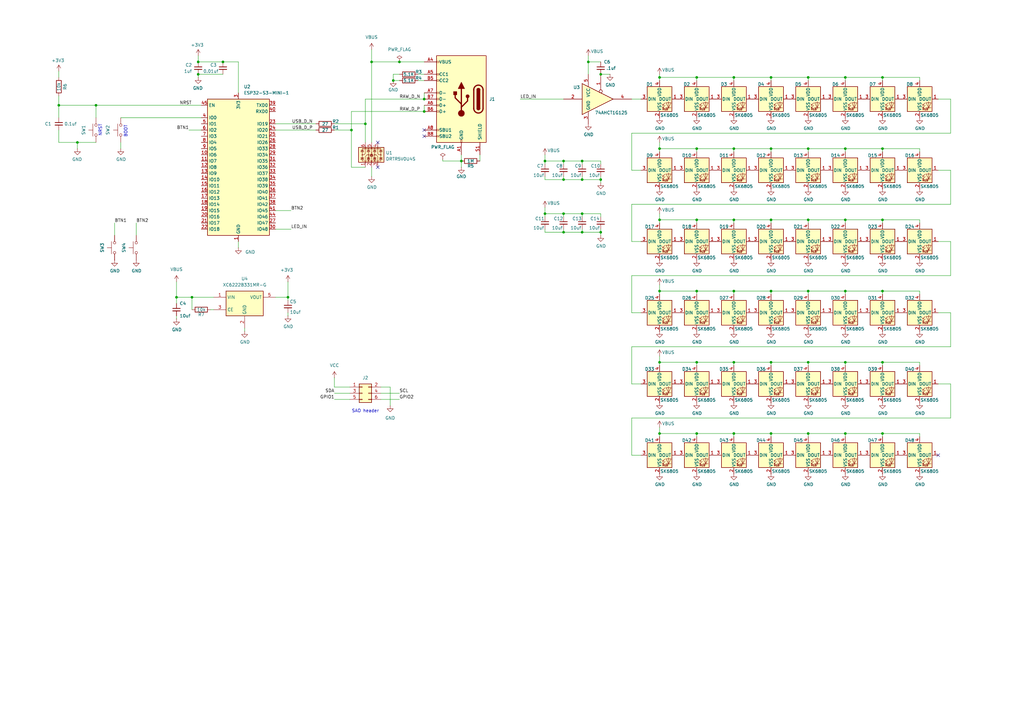
<source format=kicad_sch>
(kicad_sch (version 20250114) (generator "eeschema") (generator_version "9.0")
  (paper "A3")
  (text "NRST" (at 41.91 55.88 90) (effects (font (size 1.27 1.27)) (justify left bottom)))
  (text "BOOT" (at 52.324 56.388 90) (effects (font (size 1.27 1.27)) (justify left bottom)))
  (text "SAO header" (at 149.86 168.656 0) (effects (font (size 1.27 1.27))))
  (junction (at 285.75 148.59))
  (junction (at 72.39 121.92))
  (junction (at 316.23 60.96))
  (junction (at 346.71 31.75))
  (junction (at 300.99 90.17))
  (junction (at 238.76 87.63))
  (junction (at 316.23 31.75))
  (junction (at 31.75 58.42))
  (junction (at 316.23 90.17))
  (junction (at 361.95 119.38))
  (junction (at 246.38 30.48))
  (junction (at 152.4 25.4))
  (junction (at 270.51 177.8))
  (junction (at 346.71 148.59))
  (junction (at 241.3 25.4))
  (junction (at 331.47 60.96))
  (junction (at 81.28 30.48))
  (junction (at 346.71 177.8))
  (junction (at 361.95 177.8))
  (junction (at 361.95 60.96))
  (junction (at 331.47 31.75))
  (junction (at 346.71 90.17))
  (junction (at 285.75 60.96))
  (junction (at 300.99 119.38))
  (junction (at 144.145 53.34))
  (junction (at 24.13 43.18))
  (junction (at 189.23 66.04))
  (junction (at 223.52 66.04))
  (junction (at 231.14 73.66))
  (junction (at 78.74 121.92))
  (junction (at 163.83 25.4))
  (junction (at 331.47 119.38))
  (junction (at 331.47 177.8))
  (junction (at 300.99 31.75))
  (junction (at 331.47 148.59))
  (junction (at 300.99 60.96))
  (junction (at 270.51 148.59))
  (junction (at 300.99 148.59))
  (junction (at 223.52 87.63))
  (junction (at 81.28 25.4))
  (junction (at 173.99 40.64))
  (junction (at 300.99 177.8))
  (junction (at 316.23 119.38))
  (junction (at 361.95 90.17))
  (junction (at 361.95 148.59))
  (junction (at 91.44 25.4))
  (junction (at 346.71 60.96))
  (junction (at 238.76 66.04))
  (junction (at 270.51 119.38))
  (junction (at 270.51 90.17))
  (junction (at 149.86 50.8))
  (junction (at 39.37 43.18))
  (junction (at 173.99 45.72))
  (junction (at 285.75 119.38))
  (junction (at 346.71 119.38))
  (junction (at 285.75 31.75))
  (junction (at 231.14 66.04))
  (junction (at 285.75 90.17))
  (junction (at 238.76 95.25))
  (junction (at 246.38 73.66))
  (junction (at 331.47 90.17))
  (junction (at 238.76 73.66))
  (junction (at 316.23 177.8))
  (junction (at 361.95 31.75))
  (junction (at 231.14 87.63))
  (junction (at 118.11 121.92))
  (junction (at 246.38 95.25))
  (junction (at 270.51 31.75))
  (junction (at 161.29 33.02))
  (junction (at 285.75 177.8))
  (junction (at 316.23 148.59))
  (junction (at 270.51 60.96))
  (junction (at 231.14 95.25))
  (no_connect (at 384.81 186.69))
  (no_connect (at 154.94 58.42))
  (no_connect (at 154.94 68.58))
  (no_connect (at 173.99 53.34))
  (no_connect (at 173.99 55.88))
  (wire (pts (xy 161.29 33.02) (xy 161.29 30.48)))
  (wire (pts (xy 238.76 73.66) (xy 238.76 72.39)))
  (wire (pts (xy 259.08 54.61) (xy 259.08 69.85)))
  (wire (pts (xy 156.21 158.75) (xy 160.02 158.75)))
  (wire (pts (xy 331.47 90.17) (xy 346.71 90.17)))
  (wire (pts (xy 316.23 148.59) (xy 331.47 148.59)))
  (wire (pts (xy 223.52 63.5) (xy 223.52 66.04)))
  (wire (pts (xy 152.4 20.32) (xy 152.4 25.4)))
  (wire (pts (xy 161.29 30.48) (xy 163.83 30.48)))
  (wire (pts (xy 231.14 87.63) (xy 231.14 88.9)))
  (wire (pts (xy 377.19 119.38) (xy 377.19 120.65)))
  (wire (pts (xy 316.23 90.17) (xy 331.47 90.17)))
  (wire (pts (xy 113.03 93.98) (xy 119.38 93.98)))
  (wire (pts (xy 137.16 161.29) (xy 143.51 161.29)))
  (wire (pts (xy 316.23 31.75) (xy 331.47 31.75)))
  (wire (pts (xy 149.86 40.64) (xy 173.99 40.64)))
  (wire (pts (xy 246.38 30.48) (xy 250.19 30.48)))
  (wire (pts (xy 384.81 128.27) (xy 389.89 128.27)))
  (wire (pts (xy 270.51 60.96) (xy 270.51 62.23)))
  (wire (pts (xy 231.14 73.66) (xy 231.14 72.39)))
  (wire (pts (xy 137.16 154.94) (xy 137.16 158.75)))
  (wire (pts (xy 270.51 148.59) (xy 285.75 148.59)))
  (wire (pts (xy 346.71 60.96) (xy 346.71 62.23)))
  (wire (pts (xy 231.14 73.66) (xy 238.76 73.66)))
  (wire (pts (xy 223.52 87.63) (xy 223.52 88.9)))
  (wire (pts (xy 331.47 90.17) (xy 331.47 91.44)))
  (wire (pts (xy 285.75 119.38) (xy 285.75 120.65)))
  (wire (pts (xy 241.3 25.4) (xy 241.3 30.48)))
  (wire (pts (xy 213.36 40.64) (xy 231.14 40.64)))
  (wire (pts (xy 361.95 148.59) (xy 361.95 149.86)))
  (wire (pts (xy 231.14 87.63) (xy 238.76 87.63)))
  (wire (pts (xy 285.75 119.38) (xy 300.99 119.38)))
  (wire (pts (xy 300.99 90.17) (xy 300.99 91.44)))
  (wire (pts (xy 316.23 31.75) (xy 316.23 33.02)))
  (wire (pts (xy 361.95 177.8) (xy 377.19 177.8)))
  (wire (pts (xy 270.51 177.8) (xy 270.51 179.07)))
  (wire (pts (xy 361.95 90.17) (xy 377.19 90.17)))
  (wire (pts (xy 72.39 121.92) (xy 78.74 121.92)))
  (wire (pts (xy 149.86 68.58) (xy 144.145 68.58)))
  (wire (pts (xy 152.4 68.58) (xy 152.4 72.39)))
  (wire (pts (xy 389.89 69.85) (xy 389.89 83.82)))
  (wire (pts (xy 346.71 31.75) (xy 346.71 33.02)))
  (wire (pts (xy 270.51 30.48) (xy 270.51 31.75)))
  (wire (pts (xy 156.21 163.83) (xy 163.83 163.83)))
  (wire (pts (xy 285.75 148.59) (xy 300.99 148.59)))
  (wire (pts (xy 259.08 186.69) (xy 262.89 186.69)))
  (wire (pts (xy 118.11 129.54) (xy 118.11 128.27)))
  (wire (pts (xy 285.75 90.17) (xy 300.99 90.17)))
  (wire (pts (xy 173.99 38.1) (xy 173.99 40.64)))
  (wire (pts (xy 346.71 31.75) (xy 361.95 31.75)))
  (wire (pts (xy 259.08 99.06) (xy 262.89 99.06)))
  (wire (pts (xy 389.89 113.03) (xy 259.08 113.03)))
  (wire (pts (xy 331.47 60.96) (xy 346.71 60.96)))
  (wire (pts (xy 285.75 177.8) (xy 300.99 177.8)))
  (wire (pts (xy 259.08 113.03) (xy 259.08 128.27)))
  (wire (pts (xy 31.75 58.42) (xy 31.75 60.96)))
  (wire (pts (xy 270.51 119.38) (xy 285.75 119.38)))
  (wire (pts (xy 361.95 90.17) (xy 361.95 91.44)))
  (wire (pts (xy 389.89 142.24) (xy 259.08 142.24)))
  (wire (pts (xy 72.39 129.54) (xy 72.39 130.81)))
  (wire (pts (xy 118.11 123.19) (xy 118.11 121.92)))
  (wire (pts (xy 316.23 60.96) (xy 316.23 62.23)))
  (wire (pts (xy 238.76 73.66) (xy 246.38 73.66)))
  (wire (pts (xy 361.95 60.96) (xy 377.19 60.96)))
  (wire (pts (xy 100.33 135.89) (xy 100.33 134.62)))
  (wire (pts (xy 246.38 74.93) (xy 246.38 73.66)))
  (wire (pts (xy 24.13 39.37) (xy 24.13 43.18)))
  (wire (pts (xy 161.29 33.02) (xy 163.83 33.02)))
  (wire (pts (xy 49.53 48.26) (xy 82.55 48.26)))
  (wire (pts (xy 377.19 31.75) (xy 377.19 33.02)))
  (wire (pts (xy 118.11 121.92) (xy 118.11 115.57)))
  (wire (pts (xy 346.71 119.38) (xy 361.95 119.38)))
  (wire (pts (xy 81.28 22.86) (xy 81.28 25.4)))
  (wire (pts (xy 231.14 95.25) (xy 238.76 95.25)))
  (wire (pts (xy 300.99 31.75) (xy 300.99 33.02)))
  (wire (pts (xy 285.75 148.59) (xy 285.75 149.86)))
  (wire (pts (xy 300.99 177.8) (xy 316.23 177.8)))
  (wire (pts (xy 223.52 87.63) (xy 231.14 87.63)))
  (wire (pts (xy 331.47 119.38) (xy 346.71 119.38)))
  (wire (pts (xy 181.61 66.04) (xy 181.61 65.405)))
  (wire (pts (xy 389.89 171.45) (xy 259.08 171.45)))
  (wire (pts (xy 91.44 25.4) (xy 81.28 25.4)))
  (wire (pts (xy 149.86 40.64) (xy 149.86 50.8)))
  (wire (pts (xy 270.51 58.42) (xy 270.51 60.96)))
  (wire (pts (xy 31.75 58.42) (xy 39.37 58.42)))
  (wire (pts (xy 331.47 177.8) (xy 331.47 179.07)))
  (wire (pts (xy 377.19 177.8) (xy 377.19 179.07)))
  (wire (pts (xy 246.38 96.52) (xy 246.38 95.25)))
  (wire (pts (xy 316.23 177.8) (xy 331.47 177.8)))
  (wire (pts (xy 259.08 69.85) (xy 262.89 69.85)))
  (wire (pts (xy 137.16 53.34) (xy 144.145 53.34)))
  (wire (pts (xy 300.99 60.96) (xy 316.23 60.96)))
  (wire (pts (xy 238.76 87.63) (xy 246.38 87.63)))
  (wire (pts (xy 270.51 146.05) (xy 270.51 148.59)))
  (wire (pts (xy 389.89 99.06) (xy 389.89 113.03)))
  (wire (pts (xy 389.89 54.61) (xy 259.08 54.61)))
  (wire (pts (xy 300.99 148.59) (xy 316.23 148.59)))
  (wire (pts (xy 270.51 87.63) (xy 270.51 90.17)))
  (wire (pts (xy 171.45 33.02) (xy 173.99 33.02)))
  (wire (pts (xy 361.95 177.8) (xy 361.95 179.07)))
  (wire (pts (xy 223.52 66.04) (xy 223.52 67.31)))
  (wire (pts (xy 78.74 121.92) (xy 78.74 127)))
  (wire (pts (xy 24.13 58.42) (xy 31.75 58.42)))
  (wire (pts (xy 389.89 83.82) (xy 259.08 83.82)))
  (wire (pts (xy 285.75 60.96) (xy 285.75 62.23)))
  (wire (pts (xy 270.51 177.8) (xy 285.75 177.8)))
  (wire (pts (xy 223.52 73.66) (xy 223.52 72.39)))
  (wire (pts (xy 270.51 60.96) (xy 285.75 60.96)))
  (wire (pts (xy 39.37 43.18) (xy 24.13 43.18)))
  (wire (pts (xy 113.03 53.34) (xy 129.54 53.34)))
  (wire (pts (xy 238.76 95.25) (xy 238.76 93.98)))
  (wire (pts (xy 137.16 50.8) (xy 149.86 50.8)))
  (wire (pts (xy 72.39 115.57) (xy 72.39 121.92)))
  (wire (pts (xy 270.51 90.17) (xy 270.51 91.44)))
  (wire (pts (xy 97.79 25.4) (xy 91.44 25.4)))
  (wire (pts (xy 259.08 83.82) (xy 259.08 99.06)))
  (wire (pts (xy 189.23 66.04) (xy 189.23 68.58)))
  (wire (pts (xy 241.3 25.4) (xy 246.38 25.4)))
  (wire (pts (xy 361.95 31.75) (xy 361.95 33.02)))
  (wire (pts (xy 77.47 53.34) (xy 82.55 53.34)))
  (wire (pts (xy 223.52 95.25) (xy 223.52 93.98)))
  (wire (pts (xy 241.3 22.86) (xy 241.3 25.4)))
  (wire (pts (xy 259.08 128.27) (xy 262.89 128.27)))
  (wire (pts (xy 46.99 91.44) (xy 46.99 96.52)))
  (wire (pts (xy 152.4 25.4) (xy 163.83 25.4)))
  (wire (pts (xy 361.95 119.38) (xy 361.95 120.65)))
  (wire (pts (xy 113.03 121.92) (xy 118.11 121.92)))
  (wire (pts (xy 231.14 66.04) (xy 238.76 66.04)))
  (wire (pts (xy 384.81 99.06) (xy 389.89 99.06)))
  (wire (pts (xy 285.75 177.8) (xy 285.75 179.07)))
  (wire (pts (xy 384.81 40.64) (xy 389.89 40.64)))
  (wire (pts (xy 377.19 60.96) (xy 377.19 62.23)))
  (wire (pts (xy 113.03 50.8) (xy 129.54 50.8)))
  (wire (pts (xy 331.47 148.59) (xy 346.71 148.59)))
  (wire (pts (xy 331.47 148.59) (xy 331.47 149.86)))
  (wire (pts (xy 55.88 91.44) (xy 55.88 96.52)))
  (wire (pts (xy 246.38 73.66) (xy 246.38 72.39)))
  (wire (pts (xy 316.23 148.59) (xy 316.23 149.86)))
  (wire (pts (xy 270.51 31.75) (xy 270.51 33.02)))
  (wire (pts (xy 270.51 148.59) (xy 270.51 149.86)))
  (wire (pts (xy 270.51 119.38) (xy 270.51 120.65)))
  (wire (pts (xy 97.79 101.6) (xy 97.79 99.06)))
  (wire (pts (xy 300.99 119.38) (xy 300.99 120.65)))
  (wire (pts (xy 331.47 177.8) (xy 346.71 177.8)))
  (wire (pts (xy 238.76 66.04) (xy 238.76 67.31)))
  (wire (pts (xy 384.81 69.85) (xy 389.89 69.85)))
  (wire (pts (xy 316.23 90.17) (xy 316.23 91.44)))
  (wire (pts (xy 316.23 60.96) (xy 331.47 60.96)))
  (wire (pts (xy 377.19 90.17) (xy 377.19 91.44)))
  (wire (pts (xy 384.81 157.48) (xy 389.89 157.48)))
  (wire (pts (xy 270.51 175.26) (xy 270.51 177.8)))
  (wire (pts (xy 270.51 31.75) (xy 285.75 31.75)))
  (wire (pts (xy 285.75 31.75) (xy 300.99 31.75)))
  (wire (pts (xy 189.23 63.5) (xy 189.23 66.04)))
  (wire (pts (xy 246.38 66.04) (xy 246.38 67.31)))
  (wire (pts (xy 156.21 161.29) (xy 163.83 161.29)))
  (wire (pts (xy 238.76 95.25) (xy 246.38 95.25)))
  (wire (pts (xy 346.71 119.38) (xy 346.71 120.65)))
  (wire (pts (xy 171.45 30.48) (xy 173.99 30.48)))
  (wire (pts (xy 152.4 25.4) (xy 152.4 58.42)))
  (wire (pts (xy 72.39 121.92) (xy 72.39 124.46)))
  (wire (pts (xy 300.99 177.8) (xy 300.99 179.07)))
  (wire (pts (xy 196.85 66.04) (xy 196.85 63.5)))
  (wire (pts (xy 259.08 142.24) (xy 259.08 157.48)))
  (wire (pts (xy 160.02 158.75) (xy 160.02 166.37)))
  (wire (pts (xy 238.76 87.63) (xy 238.76 88.9)))
  (wire (pts (xy 113.03 86.36) (xy 119.38 86.36)))
  (wire (pts (xy 39.37 48.26) (xy 39.37 43.18)))
  (wire (pts (xy 300.99 31.75) (xy 316.23 31.75)))
  (wire (pts (xy 285.75 90.17) (xy 285.75 91.44)))
  (wire (pts (xy 300.99 148.59) (xy 300.99 149.86)))
  (wire (pts (xy 97.79 25.4) (xy 97.79 38.1)))
  (wire (pts (xy 24.13 53.34) (xy 24.13 58.42)))
  (wire (pts (xy 24.13 48.26) (xy 24.13 43.18)))
  (wire (pts (xy 39.37 43.18) (xy 82.55 43.18)))
  (wire (pts (xy 346.71 90.17) (xy 346.71 91.44)))
  (wire (pts (xy 49.53 58.42) (xy 49.53 60.96)))
  (wire (pts (xy 137.16 163.83) (xy 143.51 163.83)))
  (wire (pts (xy 346.71 60.96) (xy 361.95 60.96)))
  (wire (pts (xy 238.76 66.04) (xy 246.38 66.04)))
  (wire (pts (xy 389.89 157.48) (xy 389.89 171.45)))
  (wire (pts (xy 246.38 87.63) (xy 246.38 88.9)))
  (wire (pts (xy 377.19 148.59) (xy 377.19 149.86)))
  (wire (pts (xy 389.89 128.27) (xy 389.89 142.24)))
  (wire (pts (xy 78.74 121.92) (xy 87.63 121.92)))
  (wire (pts (xy 361.95 31.75) (xy 377.19 31.75)))
  (wire (pts (xy 331.47 31.75) (xy 346.71 31.75)))
  (wire (pts (xy 231.14 66.04) (xy 231.14 67.31)))
  (wire (pts (xy 316.23 119.38) (xy 331.47 119.38)))
  (wire (pts (xy 144.145 53.34) (xy 144.145 45.72)))
  (wire (pts (xy 285.75 60.96) (xy 300.99 60.96)))
  (wire (pts (xy 231.14 95.25) (xy 231.14 93.98)))
  (wire (pts (xy 91.44 30.48) (xy 81.28 30.48)))
  (wire (pts (xy 81.28 31.75) (xy 81.28 30.48)))
  (wire (pts (xy 346.71 177.8) (xy 346.71 179.07)))
  (wire (pts (xy 346.71 90.17) (xy 361.95 90.17)))
  (wire (pts (xy 144.145 45.72) (xy 173.99 45.72)))
  (wire (pts (xy 331.47 119.38) (xy 331.47 120.65)))
  (wire (pts (xy 259.08 157.48) (xy 262.89 157.48)))
  (wire (pts (xy 361.95 148.59) (xy 377.19 148.59)))
  (wire (pts (xy 270.51 116.84) (xy 270.51 119.38)))
  (wire (pts (xy 346.71 148.59) (xy 346.71 149.86)))
  (wire (pts (xy 361.95 119.38) (xy 377.19 119.38)))
  (wire (pts (xy 285.75 31.75) (xy 285.75 33.02)))
  (wire (pts (xy 331.47 31.75) (xy 331.47 33.02)))
  (wire (pts (xy 189.23 66.04) (xy 181.61 66.04)))
  (wire (pts (xy 300.99 119.38) (xy 316.23 119.38)))
  (wire (pts (xy 346.71 177.8) (xy 361.95 177.8)))
  (wire (pts (xy 86.36 127) (xy 87.63 127)))
  (wire (pts (xy 137.16 158.75) (xy 143.51 158.75)))
  (wire (pts (xy 270.51 90.17) (xy 285.75 90.17)))
  (wire (pts (xy 149.86 50.8) (xy 149.86 58.42)))
  (wire (pts (xy 246.38 95.25) (xy 246.38 93.98)))
  (wire (pts (xy 316.23 119.38) (xy 316.23 120.65)))
  (wire (pts (xy 223.52 85.09) (xy 223.52 87.63)))
  (wire (pts (xy 173.99 43.18) (xy 173.99 45.72)))
  (wire (pts (xy 24.13 29.21) (xy 24.13 31.75)))
  (wire (pts (xy 316.23 177.8) (xy 316.23 179.07)))
  (wire (pts (xy 223.52 73.66) (xy 231.14 73.66)))
  (wire (pts (xy 389.89 40.64) (xy 389.89 54.61)))
  (wire (pts (xy 223.52 66.04) (xy 231.14 66.04)))
  (wire (pts (xy 259.08 171.45) (xy 259.08 186.69)))
  (wire (pts (xy 300.99 60.96) (xy 300.99 62.23)))
  (wire (pts (xy 144.145 53.34) (xy 144.145 68.58)))
  (wire (pts (xy 361.95 60.96) (xy 361.95 62.23)))
  (wire (pts (xy 300.99 90.17) (xy 316.23 90.17)))
  (wire (pts (xy 163.83 25.4) (xy 173.99 25.4)))
  (wire (pts (xy 259.08 40.64) (xy 262.89 40.64)))
  (wire (pts (xy 331.47 60.96) (xy 331.47 62.23)))
  (wire (pts (xy 346.71 148.59) (xy 361.95 148.59)))
  (wire (pts (xy 223.52 95.25) (xy 231.14 95.25)))
  (label "BTN2" (at 119.38 86.36 0))
  (label "LED_IN" (at 213.36 40.64 0))
  (label "LED_IN" (at 119.38 93.98 0))
  (label "RAW_D_N" (at 163.83 40.64 0))
  (label "SCL" (at 163.83 161.29 0))
  (label "BTN1" (at 77.47 53.34 180))
  (label "BTN2" (at 55.88 91.44 0))
  (label "USB_D_P" (at 128.27 53.34 180))
  (label "SDA" (at 137.16 161.29 180))
  (label "GPIO2" (at 163.83 163.83 0))
  (label "USB_D_N" (at 128.27 50.8 180))
  (label "NRST" (at 73.66 43.18 0))
  (label "BTN1" (at 46.99 91.44 0))
  (label "GPIO1" (at 137.16 163.83 180))
  (label "RAW_D_P" (at 163.83 45.72 0))
  (symbol (lib_id "LED:SK6805") (at 331.47 186.69 0) (unit 1)
    (property "Reference" "D45" (at 327.406 180.594 0))
    (property "Value" "SK6805" (at 335.534 193.294 0))
    (property "Footprint" "LED_SMD:LED_SK6805_PLCC4_2.4x2.7mm_P1.3mm" (effects (hide yes)))
    (property "Datasheet" "https://cdn-shop.adafruit.com/product-files/3484/3484_Datasheet.pdf" (effects (hide yes)))
    (property "Description" "RGB LED with integrated controller" (effects (hide yes)))
  )
  (symbol (lib_id "power:+3.3V") (at 81.28 22.86 0) (mirror y) (unit 1)
    (property "Reference" "#PWR077" (effects (hide yes)))
    (property "Value" "+3V3" (at 80.899 18.4658 0))
  )
  (symbol (lib_id "Switch:SW_Push") (at 55.88 101.6 90) (unit 1)
    (property "Reference" "SW4" (at 50.8 101.6 0))
    (property "Value" "SW_Push" (effects (hide yes)))
    (property "Footprint" "Button_Switch_SMD:SW_SPST_PTS810" (effects (hide yes)))
  )
  (symbol (lib_id "power:+3.3V") (at 118.11 115.57 0) (unit 1)
    (property "Reference" "#PWR014" (effects (hide yes)))
    (property "Value" "+3V3" (at 117.602 110.744 0))
  )
  (symbol (lib_id "power:GND") (at 346.71 194.31 0) (unit 1)
    (property "Reference" "#PWR068" (effects (hide yes)))
    (property "Value" "GND" (at 346.837 198.7042 0))
  )
  (symbol (lib_id "LED:SK6805") (at 316.23 128.27 0) (unit 1)
    (property "Reference" "D28" (at 312.166 122.174 0))
    (property "Value" "SK6805" (at 320.294 134.874 0))
    (property "Footprint" "LED_SMD:LED_SK6805_PLCC4_2.4x2.7mm_P1.3mm" (effects (hide yes)))
    (property "Datasheet" "https://cdn-shop.adafruit.com/product-files/3484/3484_Datasheet.pdf" (effects (hide yes)))
    (property "Description" "RGB LED with integrated controller" (effects (hide yes)))
  )
  (symbol (lib_id "power:GND") (at 246.38 96.52 0) (unit 1)
    (property "Reference" "#PWR076" (effects (hide yes)))
    (property "Value" "GND" (at 246.507 100.9142 0))
  )
  (symbol (lib_id "power:GND") (at 118.11 129.54 0) (unit 1)
    (property "Reference" "#PWR015" (effects (hide yes)))
    (property "Value" "GND" (at 118.237 133.9342 0))
  )
  (symbol (lib_id "Device:R") (at 133.35 50.8 90) (unit 1)
    (property "Reference" "R2" (at 137.668 49.784 90))
    (property "Value" "27" (at 133.35 50.8 90))
    (property "Footprint" "Resistor_SMD:R_0402_1005Metric" (effects (hide yes)))
  )
  (symbol (lib_id "power:GND") (at 316.23 106.68 0) (unit 1)
    (property "Reference" "#PWR035" (effects (hide yes)))
    (property "Value" "GND" (at 316.357 111.0742 0))
  )
  (symbol (lib_id "LED:SK6805") (at 361.95 69.85 0) (unit 1)
    (property "Reference" "D15" (at 357.886 63.754 0))
    (property "Value" "SK6805" (at 366.014 76.454 0))
    (property "Footprint" "LED_SMD:LED_SK6805_PLCC4_2.4x2.7mm_P1.3mm" (effects (hide yes)))
    (property "Datasheet" "https://cdn-shop.adafruit.com/product-files/3484/3484_Datasheet.pdf" (effects (hide yes)))
    (property "Description" "RGB LED with integrated controller" (effects (hide yes)))
  )
  (symbol (lib_id "Device:R") (at 167.64 33.02 270) (unit 1)
    (property "Reference" "R4" (at 171.704 32.004 90))
    (property "Value" "5.1K" (at 167.64 33.02 90))
    (property "Footprint" "Resistor_SMD:R_0603_1608Metric" (effects (hide yes)))
  )
  (symbol (lib_id "power:GND") (at 246.38 74.93 0) (unit 1)
    (property "Reference" "#PWR061" (effects (hide yes)))
    (property "Value" "GND" (at 246.507 79.3242 0))
  )
  (symbol (lib_id "power:GND") (at 331.47 194.31 0) (unit 1)
    (property "Reference" "#PWR067" (effects (hide yes)))
    (property "Value" "GND" (at 331.597 198.7042 0))
  )
  (symbol (lib_id "LED:SK6805") (at 316.23 40.64 0) (unit 1)
    (property "Reference" "D4" (at 312.166 34.544 0))
    (property "Value" "SK6805" (at 320.294 47.244 0))
    (property "Footprint" "LED_SMD:LED_SK6805_PLCC4_2.4x2.7mm_P1.3mm" (effects (hide yes)))
    (property "Datasheet" "https://cdn-shop.adafruit.com/product-files/3484/3484_Datasheet.pdf" (effects (hide yes)))
    (property "Description" "RGB LED with integrated controller" (effects (hide yes)))
  )
  (symbol (lib_id "LED:SK6805") (at 270.51 69.85 0) (unit 1)
    (property "Reference" "D9" (at 266.446 63.754 0))
    (property "Value" "SK6805" (at 274.574 76.454 0))
    (property "Footprint" "LED_SMD:LED_SK6805_PLCC4_2.4x2.7mm_P1.3mm" (effects (hide yes)))
    (property "Datasheet" "https://cdn-shop.adafruit.com/product-files/3484/3484_Datasheet.pdf" (effects (hide yes)))
    (property "Description" "RGB LED with integrated controller" (effects (hide yes)))
  )
  (symbol (lib_id "power:GND") (at 152.4 72.39 0) (unit 1)
    (property "Reference" "#PWR04" (effects (hide yes)))
    (property "Value" "GND" (at 152.527 76.7842 0))
  )
  (symbol (lib_id "LED:SK6805") (at 285.75 128.27 0) (unit 1)
    (property "Reference" "D26" (at 281.686 122.174 0))
    (property "Value" "SK6805" (at 289.814 134.874 0))
    (property "Footprint" "LED_SMD:LED_SK6805_PLCC4_2.4x2.7mm_P1.3mm" (effects (hide yes)))
    (property "Datasheet" "https://cdn-shop.adafruit.com/product-files/3484/3484_Datasheet.pdf" (effects (hide yes)))
    (property "Description" "RGB LED with integrated controller" (effects (hide yes)))
  )
  (symbol (lib_id "power:GND") (at 189.23 68.58 0) (unit 1)
    (property "Reference" "#PWR06" (effects (hide yes)))
    (property "Value" "GND" (at 189.23 72.39 0))
  )
  (symbol (lib_id "LED:SK6805") (at 285.75 69.85 0) (unit 1)
    (property "Reference" "D10" (at 281.686 63.754 0))
    (property "Value" "SK6805" (at 289.814 76.454 0))
    (property "Footprint" "LED_SMD:LED_SK6805_PLCC4_2.4x2.7mm_P1.3mm" (effects (hide yes)))
    (property "Datasheet" "https://cdn-shop.adafruit.com/product-files/3484/3484_Datasheet.pdf" (effects (hide yes)))
    (property "Description" "RGB LED with integrated controller" (effects (hide yes)))
  )
  (symbol (lib_id "Device:C_Small") (at 118.11 125.73 0) (unit 1)
    (property "Reference" "C5" (at 118.872 123.698 0) (effects (justify left)))
    (property "Value" "10uf" (at 118.872 128.016 0) (effects (justify left)))
    (property "Footprint" "Capacitor_SMD:C_0805_2012Metric" (effects (hide yes)))
  )
  (symbol (lib_id "power:GND") (at 346.71 106.68 0) (unit 1)
    (property "Reference" "#PWR037" (effects (hide yes)))
    (property "Value" "GND" (at 346.837 111.0742 0))
  )
  (symbol (lib_id "LED:SK6805") (at 300.99 99.06 0) (unit 1)
    (property "Reference" "D19" (at 296.926 92.964 0))
    (property "Value" "SK6805" (at 305.054 105.664 0))
    (property "Footprint" "LED_SMD:LED_SK6805_PLCC4_2.4x2.7mm_P1.3mm" (effects (hide yes)))
    (property "Datasheet" "https://cdn-shop.adafruit.com/product-files/3484/3484_Datasheet.pdf" (effects (hide yes)))
    (property "Description" "RGB LED with integrated controller" (effects (hide yes)))
  )
  (symbol (lib_id "power:GND") (at 377.19 48.26 0) (unit 1)
    (property "Reference" "#PWR023" (effects (hide yes)))
    (property "Value" "GND" (at 377.317 52.6542 0))
  )
  (symbol (lib_id "power:GND") (at 300.99 194.31 0) (unit 1)
    (property "Reference" "#PWR065" (effects (hide yes)))
    (property "Value" "GND" (at 301.117 198.7042 0))
  )
  (symbol (lib_id "LED:SK6805") (at 377.19 128.27 0) (unit 1)
    (property "Reference" "D32" (at 373.126 122.174 0))
    (property "Value" "SK6805" (at 381.254 134.874 0))
    (property "Footprint" "LED_SMD:LED_SK6805_PLCC4_2.4x2.7mm_P1.3mm" (effects (hide yes)))
    (property "Datasheet" "https://cdn-shop.adafruit.com/product-files/3484/3484_Datasheet.pdf" (effects (hide yes)))
    (property "Description" "RGB LED with integrated controller" (effects (hide yes)))
  )
  (symbol (lib_id "LED:SK6805") (at 331.47 99.06 0) (unit 1)
    (property "Reference" "D21" (at 327.406 92.964 0))
    (property "Value" "SK6805" (at 335.534 105.664 0))
    (property "Footprint" "LED_SMD:LED_SK6805_PLCC4_2.4x2.7mm_P1.3mm" (effects (hide yes)))
    (property "Datasheet" "https://cdn-shop.adafruit.com/product-files/3484/3484_Datasheet.pdf" (effects (hide yes)))
    (property "Description" "RGB LED with integrated controller" (effects (hide yes)))
  )
  (symbol (lib_id "power:GND") (at 270.51 135.89 0) (unit 1)
    (property "Reference" "#PWR040" (effects (hide yes)))
    (property "Value" "GND" (at 270.637 140.2842 0))
  )
  (symbol (lib_id "LED:SK6805") (at 331.47 157.48 0) (unit 1)
    (property "Reference" "D37" (at 327.406 151.384 0))
    (property "Value" "SK6805" (at 335.534 164.084 0))
    (property "Footprint" "LED_SMD:LED_SK6805_PLCC4_2.4x2.7mm_P1.3mm" (effects (hide yes)))
    (property "Datasheet" "https://cdn-shop.adafruit.com/product-files/3484/3484_Datasheet.pdf" (effects (hide yes)))
    (property "Description" "RGB LED with integrated controller" (effects (hide yes)))
  )
  (symbol (lib_id "power:GND") (at 241.3 50.8 0) (unit 1)
    (property "Reference" "#PWR055" (effects (hide yes)))
    (property "Value" "GND" (at 241.427 55.1942 0))
  )
  (symbol (lib_id "power:GND") (at 270.51 106.68 0) (unit 1)
    (property "Reference" "#PWR032" (effects (hide yes)))
    (property "Value" "GND" (at 270.637 111.0742 0))
  )
  (symbol (lib_id "RF_Module:ESP32-S3-MINI-1") (at 97.79 68.58 0) (unit 1)
    (property "Reference" "U2" (at 99.9841 35.56 0) (effects (justify left)))
    (property "Value" "ESP32-S3-MINI-1" (at 99.9841 38.1 0) (effects (justify left)))
    (property "Footprint" "RF_Module:ESP32-S2-MINI-1" (effects (hide yes)))
    (property "Datasheet" "https://www.espressif.com/sites/default/files/documentation/esp32-s3-mini-1_mini-1u_datasheet_en.pdf" (effects (hide yes)))
    (property "Description" "RF Module, ESP32-S3 SoC, Wi-Fi 802.11b/g/n, Bluetooth, BLE, 32-bit, 3.3V, SMD, onboard antenna" (effects (hide yes)))
  )
  (symbol (lib_id "Device:C_Small") (at 81.28 27.94 0) (mirror y) (unit 1)
    (property "Reference" "C2" (at 78.74 26.67 0) (effects (justify left)))
    (property "Value" "1uf" (at 78.74 29.21 0) (effects (justify left)))
    (property "Footprint" "Capacitor_SMD:C_0603_1608Metric" (effects (hide yes)))
  )
  (symbol (lib_id "LED:SK6805") (at 316.23 69.85 0) (unit 1)
    (property "Reference" "D12" (at 312.166 63.754 0))
    (property "Value" "SK6805" (at 320.294 76.454 0))
    (property "Footprint" "LED_SMD:LED_SK6805_PLCC4_2.4x2.7mm_P1.3mm" (effects (hide yes)))
    (property "Datasheet" "https://cdn-shop.adafruit.com/product-files/3484/3484_Datasheet.pdf" (effects (hide yes)))
    (property "Description" "RGB LED with integrated controller" (effects (hide yes)))
  )
  (symbol (lib_id "LED:SK6805") (at 361.95 99.06 0) (unit 1)
    (property "Reference" "D23" (at 357.886 92.964 0))
    (property "Value" "SK6805" (at 366.014 105.664 0))
    (property "Footprint" "LED_SMD:LED_SK6805_PLCC4_2.4x2.7mm_P1.3mm" (effects (hide yes)))
    (property "Datasheet" "https://cdn-shop.adafruit.com/product-files/3484/3484_Datasheet.pdf" (effects (hide yes)))
    (property "Description" "RGB LED with integrated controller" (effects (hide yes)))
  )
  (symbol (lib_id "power:GND") (at 346.71 48.26 0) (unit 1)
    (property "Reference" "#PWR021" (effects (hide yes)))
    (property "Value" "GND" (at 346.837 52.6542 0))
  )
  (symbol (lib_id "power:GND") (at 285.75 135.89 0) (unit 1)
    (property "Reference" "#PWR041" (effects (hide yes)))
    (property "Value" "GND" (at 285.877 140.2842 0))
  )
  (symbol (lib_id "power:GND") (at 285.75 77.47 0) (unit 1)
    (property "Reference" "#PWR025" (effects (hide yes)))
    (property "Value" "GND" (at 285.877 81.8642 0))
  )
  (symbol (lib_id "power:GND") (at 285.75 194.31 0) (unit 1)
    (property "Reference" "#PWR064" (effects (hide yes)))
    (property "Value" "GND" (at 285.877 198.7042 0))
  )
  (symbol (lib_id "power:GND") (at 97.79 101.6 0) (unit 1)
    (property "Reference" "#PWR01" (effects (hide yes)))
    (property "Value" "GND" (at 102.616 103.378 0))
    (property "Description" "Power symbol creates a global label with name \"GND\" , ground" (effects (hide yes)))
  )
  (symbol (lib_id "power:+3.3V") (at 24.13 29.21 0) (mirror y) (unit 1)
    (property "Reference" "#PWR07" (effects (hide yes)))
    (property "Value" "+3V3" (at 23.749 24.8158 0))
  )
  (symbol (lib_id "power:PWR_FLAG") (at 163.83 25.4 0) (unit 1)
    (property "Reference" "#FLG01" (effects (hide yes)))
    (property "Value" "PWR_FLAG" (at 163.83 20.32 0))
  )
  (symbol (lib_id "power:VBUS") (at 241.3 22.86 0) (unit 1)
    (property "Reference" "#PWR056" (effects (hide yes)))
    (property "Value" "VBUS" (at 244.856 21.082 0))
  )
  (symbol (lib_id "power:GND") (at 316.23 77.47 0) (unit 1)
    (property "Reference" "#PWR027" (effects (hide yes)))
    (property "Value" "GND" (at 316.357 81.8642 0))
  )
  (symbol (lib_id "power:GND") (at 250.19 30.48 0) (unit 1)
    (property "Reference" "#PWR057" (effects (hide yes)))
    (property "Value" "GND" (at 250.317 34.8742 0))
  )
  (symbol (lib_id "power:GND") (at 285.75 165.1 0) (unit 1)
    (property "Reference" "#PWR049" (effects (hide yes)))
    (property "Value" "GND" (at 285.877 169.4942 0))
  )
  (symbol (lib_id "power:GND") (at 346.71 135.89 0) (unit 1)
    (property "Reference" "#PWR045" (effects (hide yes)))
    (property "Value" "GND" (at 346.837 140.2842 0))
  )
  (symbol (lib_id "LED:SK6805") (at 285.75 157.48 0) (unit 1)
    (property "Reference" "D34" (at 281.686 151.384 0))
    (property "Value" "SK6805" (at 289.814 164.084 0))
    (property "Footprint" "LED_SMD:LED_SK6805_PLCC4_2.4x2.7mm_P1.3mm" (effects (hide yes)))
    (property "Datasheet" "https://cdn-shop.adafruit.com/product-files/3484/3484_Datasheet.pdf" (effects (hide yes)))
    (property "Description" "RGB LED with integrated controller" (effects (hide yes)))
  )
  (symbol (lib_id "power:PWR_FLAG") (at 181.61 65.405 0) (unit 1)
    (property "Reference" "#FLG02" (effects (hide yes)))
    (property "Value" "PWR_FLAG" (at 181.61 60.325 0))
  )
  (symbol (lib_id "Device:C_Small") (at 246.38 69.85 0) (unit 1)
    (property "Reference" "C10" (at 242.316 68.072 0) (effects (justify left)))
    (property "Value" "10uf" (at 241.554 71.882 0) (effects (justify left)))
    (property "Footprint" "Capacitor_SMD:C_0805_2012Metric" (effects (hide yes)))
  )
  (symbol (lib_id "LED:SK6805") (at 300.99 40.64 0) (unit 1)
    (property "Reference" "D3" (at 296.926 34.544 0))
    (property "Value" "SK6805" (at 305.054 47.244 0))
    (property "Footprint" "LED_SMD:LED_SK6805_PLCC4_2.4x2.7mm_P1.3mm" (effects (hide yes)))
    (property "Datasheet" "https://cdn-shop.adafruit.com/product-files/3484/3484_Datasheet.pdf" (effects (hide yes)))
    (property "Description" "RGB LED with integrated controller" (effects (hide yes)))
  )
  (symbol (lib_id "Power_Protection:NUP4202") (at 152.4 63.5 0) (unit 1)
    (property "Reference" "U1" (at 158.242 62.6653 0) (effects (justify left)))
    (property "Value" "DRTR5V0U4S" (at 158.242 65.2022 0) (effects (justify left)))
    (property "Footprint" "Package_TO_SOT_SMD:SOT-363_SC-70-6" (effects (hide yes)))
    (property "Datasheet" "http://www.onsemi.com/pub_link/Collateral/NUP4202W1-D.PDF" (effects (hide yes)))
  )
  (symbol (lib_id "LED:SK6805") (at 346.71 69.85 0) (unit 1)
    (property "Reference" "D14" (at 342.646 63.754 0))
    (property "Value" "SK6805" (at 350.774 76.454 0))
    (property "Footprint" "LED_SMD:LED_SK6805_PLCC4_2.4x2.7mm_P1.3mm" (effects (hide yes)))
    (property "Datasheet" "https://cdn-shop.adafruit.com/product-files/3484/3484_Datasheet.pdf" (effects (hide yes)))
    (property "Description" "RGB LED with integrated controller" (effects (hide yes)))
  )
  (symbol (lib_id "power:GND") (at 377.19 194.31 0) (unit 1)
    (property "Reference" "#PWR070" (effects (hide yes)))
    (property "Value" "GND" (at 377.317 198.7042 0))
  )
  (symbol (lib_id "power:GND") (at 300.99 135.89 0) (unit 1)
    (property "Reference" "#PWR042" (effects (hide yes)))
    (property "Value" "GND" (at 301.117 140.2842 0))
  )
  (symbol (lib_id "power:GND") (at 270.51 194.31 0) (unit 1)
    (property "Reference" "#PWR063" (effects (hide yes)))
    (property "Value" "GND" (at 270.637 198.7042 0))
  )
  (symbol (lib_id "power:GND") (at 285.75 106.68 0) (unit 1)
    (property "Reference" "#PWR033" (effects (hide yes)))
    (property "Value" "GND" (at 285.877 111.0742 0))
  )
  (symbol (lib_id "Connector:USB_C_Receptacle_USB2.0") (at 189.23 40.64 0) (mirror y) (unit 1)
    (property "Reference" "J1" (at 200.66 40.6399 0) (effects (justify right)))
    (property "Value" "USB_C_Receptacle_USB2.0" (effects (hide yes)))
    (property "Footprint" "Connector_USB:USB_C_Receptacle_HRO_TYPE-C-31-M-12" (effects (hide yes)))
    (property "Datasheet" "https://www.usb.org/sites/default/files/documents/usb_type-c.zip" (effects (hide yes)))
  )
  (symbol (lib_id "power:GND") (at 331.47 165.1 0) (unit 1)
    (property "Reference" "#PWR054" (effects (hide yes)))
    (property "Value" "GND" (at 331.597 169.4942 0))
  )
  (symbol (lib_id "power:GND") (at 160.02 166.37 0) (unit 1)
    (property "Reference" "#PWR079" (effects (hide yes)))
    (property "Value" "GND" (at 160.02 171.45 0))
    (property "Description" "Power symbol creates a global label with name \"GND\" , ground" (effects (hide yes)))
  )
  (symbol (lib_id "power:GND") (at 49.53 60.96 0) (unit 1)
    (property "Reference" "#PWR09" (effects (hide yes)))
    (property "Value" "GND" (at 49.657 65.3542 0))
  )
  (symbol (lib_id "power:GND") (at 346.71 165.1 0) (unit 1)
    (property "Reference" "#PWR058" (effects (hide yes)))
    (property "Value" "GND" (at 346.837 169.4942 0))
  )
  (symbol (lib_id "power:GND") (at 300.99 77.47 0) (unit 1)
    (property "Reference" "#PWR026" (effects (hide yes)))
    (property "Value" "GND" (at 301.117 81.8642 0))
  )
  (symbol (lib_id "power:GND") (at 331.47 106.68 0) (unit 1)
    (property "Reference" "#PWR036" (effects (hide yes)))
    (property "Value" "GND" (at 331.597 111.0742 0))
  )
  (symbol (lib_id "LED:SK6805") (at 361.95 186.69 0) (unit 1)
    (property "Reference" "D47" (at 357.886 180.594 0))
    (property "Value" "SK6805" (at 366.014 193.294 0))
    (property "Footprint" "LED_SMD:LED_SK6805_PLCC4_2.4x2.7mm_P1.3mm" (effects (hide yes)))
    (property "Datasheet" "https://cdn-shop.adafruit.com/product-files/3484/3484_Datasheet.pdf" (effects (hide yes)))
    (property "Description" "RGB LED with integrated controller" (effects (hide yes)))
  )
  (symbol (lib_id "Device:R") (at 133.35 53.34 90) (unit 1)
    (property "Reference" "R1" (at 137.668 52.324 90))
    (property "Value" "27" (at 133.35 53.34 90))
    (property "Footprint" "Resistor_SMD:R_0402_1005Metric" (effects (hide yes)))
  )
  (symbol (lib_id "Device:R") (at 24.13 35.56 0) (mirror x) (unit 1)
    (property "Reference" "R6" (at 26.67 35.56 90))
    (property "Value" "10k" (at 24.13 35.56 90))
    (property "Footprint" "Resistor_SMD:R_0603_1608Metric" (effects (hide yes)))
  )
  (symbol (lib_id "LED:SK6805") (at 346.71 157.48 0) (unit 1)
    (property "Reference" "D38" (at 342.646 151.384 0))
    (property "Value" "SK6805" (at 350.774 164.084 0))
    (property "Footprint" "LED_SMD:LED_SK6805_PLCC4_2.4x2.7mm_P1.3mm" (effects (hide yes)))
    (property "Datasheet" "https://cdn-shop.adafruit.com/product-files/3484/3484_Datasheet.pdf" (effects (hide yes)))
    (property "Description" "RGB LED with integrated controller" (effects (hide yes)))
  )
  (symbol (lib_id "LED:SK6805") (at 331.47 128.27 0) (unit 1)
    (property "Reference" "D29" (at 327.406 122.174 0))
    (property "Value" "SK6805" (at 335.534 134.874 0))
    (property "Footprint" "LED_SMD:LED_SK6805_PLCC4_2.4x2.7mm_P1.3mm" (effects (hide yes)))
    (property "Datasheet" "https://cdn-shop.adafruit.com/product-files/3484/3484_Datasheet.pdf" (effects (hide yes)))
    (property "Description" "RGB LED with integrated controller" (effects (hide yes)))
  )
  (symbol (lib_id "power:GND") (at 361.95 77.47 0) (unit 1)
    (property "Reference" "#PWR030" (effects (hide yes)))
    (property "Value" "GND" (at 362.077 81.8642 0))
  )
  (symbol (lib_id "LED:SK6805") (at 346.71 40.64 0) (unit 1)
    (property "Reference" "D6" (at 342.646 34.544 0))
    (property "Value" "SK6805" (at 350.774 47.244 0))
    (property "Footprint" "LED_SMD:LED_SK6805_PLCC4_2.4x2.7mm_P1.3mm" (effects (hide yes)))
    (property "Datasheet" "https://cdn-shop.adafruit.com/product-files/3484/3484_Datasheet.pdf" (effects (hide yes)))
    (property "Description" "RGB LED with integrated controller" (effects (hide yes)))
  )
  (symbol (lib_id "Device:C_Small") (at 223.52 69.85 0) (unit 1)
    (property "Reference" "C7" (at 220.218 68.072 0) (effects (justify left)))
    (property "Value" "10uf" (at 218.694 71.882 0) (effects (justify left)))
    (property "Footprint" "Capacitor_SMD:C_0805_2012Metric" (effects (hide yes)))
  )
  (symbol (lib_id "LED:SK6805") (at 285.75 186.69 0) (unit 1)
    (property "Reference" "D42" (at 281.686 180.594 0))
    (property "Value" "SK6805" (at 289.814 193.294 0))
    (property "Footprint" "LED_SMD:LED_SK6805_PLCC4_2.4x2.7mm_P1.3mm" (effects (hide yes)))
    (property "Datasheet" "https://cdn-shop.adafruit.com/product-files/3484/3484_Datasheet.pdf" (effects (hide yes)))
    (property "Description" "RGB LED with integrated controller" (effects (hide yes)))
  )
  (symbol (lib_id "LED:SK6805") (at 316.23 157.48 0) (unit 1)
    (property "Reference" "D36" (at 312.166 151.384 0))
    (property "Value" "SK6805" (at 320.294 164.084 0))
    (property "Footprint" "LED_SMD:LED_SK6805_PLCC4_2.4x2.7mm_P1.3mm" (effects (hide yes)))
    (property "Datasheet" "https://cdn-shop.adafruit.com/product-files/3484/3484_Datasheet.pdf" (effects (hide yes)))
    (property "Description" "RGB LED with integrated controller" (effects (hide yes)))
  )
  (symbol (lib_id "Switch:SW_Push") (at 39.37 53.34 90) (unit 1)
    (property "Reference" "SW1" (at 34.29 53.34 0))
    (property "Value" "SW_Push" (effects (hide yes)))
    (property "Footprint" "Button_Switch_SMD:SW_SPST_PTS810" (effects (hide yes)))
  )
  (symbol (lib_id "power:GND") (at 361.95 48.26 0) (unit 1)
    (property "Reference" "#PWR022" (effects (hide yes)))
    (property "Value" "GND" (at 362.077 52.6542 0))
  )
  (symbol (lib_id "LED:SK6805") (at 270.51 157.48 0) (unit 1)
    (property "Reference" "D33" (at 266.446 151.384 0))
    (property "Value" "SK6805" (at 274.574 164.084 0))
    (property "Footprint" "LED_SMD:LED_SK6805_PLCC4_2.4x2.7mm_P1.3mm" (effects (hide yes)))
    (property "Datasheet" "https://cdn-shop.adafruit.com/product-files/3484/3484_Datasheet.pdf" (effects (hide yes)))
    (property "Description" "RGB LED with integrated controller" (effects (hide yes)))
  )
  (symbol (lib_id "LED:SK6805") (at 285.75 40.64 0) (unit 1)
    (property "Reference" "D2" (at 281.686 34.544 0))
    (property "Value" "SK6805" (at 289.814 47.244 0))
    (property "Footprint" "LED_SMD:LED_SK6805_PLCC4_2.4x2.7mm_P1.3mm" (effects (hide yes)))
    (property "Datasheet" "https://cdn-shop.adafruit.com/product-files/3484/3484_Datasheet.pdf" (effects (hide yes)))
    (property "Description" "RGB LED with integrated controller" (effects (hide yes)))
  )
  (symbol (lib_id "Device:C_Small") (at 24.13 50.8 0) (mirror y) (unit 1)
    (property "Reference" "C1" (at 21.082 50.8 0) (effects (justify left)))
    (property "Value" "0.1uf" (at 31.496 50.8 0) (effects (justify left)))
    (property "Footprint" "Capacitor_SMD:C_0402_1005Metric" (effects (hide yes)))
  )
  (symbol (lib_id "power:GND") (at 270.51 48.26 0) (unit 1)
    (property "Reference" "#PWR016" (effects (hide yes)))
    (property "Value" "GND" (at 270.637 52.6542 0))
  )
  (symbol (lib_id "LED:SK6805") (at 361.95 128.27 0) (unit 1)
    (property "Reference" "D31" (at 357.886 122.174 0))
    (property "Value" "SK6805" (at 366.014 134.874 0))
    (property "Footprint" "LED_SMD:LED_SK6805_PLCC4_2.4x2.7mm_P1.3mm" (effects (hide yes)))
    (property "Datasheet" "https://cdn-shop.adafruit.com/product-files/3484/3484_Datasheet.pdf" (effects (hide yes)))
    (property "Description" "RGB LED with integrated controller" (effects (hide yes)))
  )
  (symbol (lib_id "power:GND") (at 285.75 48.26 0) (unit 1)
    (property "Reference" "#PWR017" (effects (hide yes)))
    (property "Value" "GND" (at 285.877 52.6542 0))
  )
  (symbol (lib_id "power:VBUS") (at 270.51 30.48 0) (unit 1)
    (property "Reference" "#PWR052" (effects (hide yes)))
    (property "Value" "VBUS" (at 274.066 28.702 0))
  )
  (symbol (lib_id "LED:SK6805") (at 300.99 157.48 0) (unit 1)
    (property "Reference" "D35" (at 296.926 151.384 0))
    (property "Value" "SK6805" (at 305.054 164.084 0))
    (property "Footprint" "LED_SMD:LED_SK6805_PLCC4_2.4x2.7mm_P1.3mm" (effects (hide yes)))
    (property "Datasheet" "https://cdn-shop.adafruit.com/product-files/3484/3484_Datasheet.pdf" (effects (hide yes)))
    (property "Description" "RGB LED with integrated controller" (effects (hide yes)))
  )
  (symbol (lib_id "power:VBUS") (at 270.51 146.05 0) (unit 1)
    (property "Reference" "#PWR073" (effects (hide yes)))
    (property "Value" "VBUS" (at 274.066 144.526 0))
  )
  (symbol (lib_id "power:VBUS") (at 270.51 116.84 0) (unit 1)
    (property "Reference" "#PWR072" (effects (hide yes)))
    (property "Value" "VBUS" (at 274.066 115.316 0))
  )
  (symbol (lib_id "Device:R") (at 82.55 127 270) (unit 1)
    (property "Reference" "R7" (at 82.55 129.032 90))
    (property "Value" "10k" (at 82.55 127 90))
    (property "Footprint" "Resistor_SMD:R_0603_1608Metric" (effects (hide yes)))
  )
  (symbol (lib_id "power:GND") (at 377.19 77.47 0) (unit 1)
    (property "Reference" "#PWR031" (effects (hide yes)))
    (property "Value" "GND" (at 377.317 81.8642 0))
  )
  (symbol (lib_id "power:GND") (at 161.29 33.02 0) (unit 1)
    (property "Reference" "#PWR05" (effects (hide yes)))
    (property "Value" "GND" (at 161.29 36.83 0))
  )
  (symbol (lib_id "LED:SK6805") (at 377.19 186.69 0) (unit 1)
    (property "Reference" "D48" (at 373.126 180.594 0))
    (property "Value" "SK6805" (at 381.254 193.294 0))
    (property "Footprint" "LED_SMD:LED_SK6805_PLCC4_2.4x2.7mm_P1.3mm" (effects (hide yes)))
    (property "Datasheet" "https://cdn-shop.adafruit.com/product-files/3484/3484_Datasheet.pdf" (effects (hide yes)))
    (property "Description" "RGB LED with integrated controller" (effects (hide yes)))
  )
  (symbol (lib_id "LED:SK6805") (at 300.99 128.27 0) (unit 1)
    (property "Reference" "D27" (at 296.926 122.174 0))
    (property "Value" "SK6805" (at 305.054 134.874 0))
    (property "Footprint" "LED_SMD:LED_SK6805_PLCC4_2.4x2.7mm_P1.3mm" (effects (hide yes)))
    (property "Datasheet" "https://cdn-shop.adafruit.com/product-files/3484/3484_Datasheet.pdf" (effects (hide yes)))
    (property "Description" "RGB LED with integrated controller" (effects (hide yes)))
  )
  (symbol (lib_id "LED:SK6805") (at 270.51 128.27 0) (unit 1)
    (property "Reference" "D25" (at 266.446 122.174 0))
    (property "Value" "SK6805" (at 274.574 134.874 0))
    (property "Footprint" "LED_SMD:LED_SK6805_PLCC4_2.4x2.7mm_P1.3mm" (effects (hide yes)))
    (property "Datasheet" "https://cdn-shop.adafruit.com/product-files/3484/3484_Datasheet.pdf" (effects (hide yes)))
    (property "Description" "RGB LED with integrated controller" (effects (hide yes)))
  )
  (symbol (lib_id "power:VBUS") (at 223.52 63.5 0) (unit 1)
    (property "Reference" "#PWR062" (effects (hide yes)))
    (property "Value" "VBUS" (at 227.076 61.722 0))
  )
  (symbol (lib_id "power:GND") (at 72.39 130.81 0) (unit 1)
    (property "Reference" "#PWR012" (effects (hide yes)))
    (property "Value" "GND" (at 72.517 135.2042 0))
  )
  (symbol (lib_id "LED:SK6805") (at 270.51 40.64 0) (unit 1)
    (property "Reference" "D1" (at 266.446 34.544 0))
    (property "Value" "SK6805" (at 274.574 47.244 0))
    (property "Footprint" "LED_SMD:LED_SK6805_PLCC4_2.4x2.7mm_P1.3mm" (effects (hide yes)))
    (property "Datasheet" "https://cdn-shop.adafruit.com/product-files/3484/3484_Datasheet.pdf" (effects (hide yes)))
    (property "Description" "RGB LED with integrated controller" (effects (hide yes)))
  )
  (symbol (lib_id "power:GND") (at 316.23 48.26 0) (unit 1)
    (property "Reference" "#PWR019" (effects (hide yes)))
    (property "Value" "GND" (at 316.357 52.6542 0))
  )
  (symbol (lib_id "power:VBUS") (at 223.52 85.09 0) (unit 1)
    (property "Reference" "#PWR075" (effects (hide yes)))
    (property "Value" "VBUS" (at 227.076 83.312 0))
  )
  (symbol (lib_id "LED:SK6805") (at 377.19 40.64 0) (unit 1)
    (property "Reference" "D8" (at 373.126 34.544 0))
    (property "Value" "SK6805" (at 381.254 47.244 0))
    (property "Footprint" "LED_SMD:LED_SK6805_PLCC4_2.4x2.7mm_P1.3mm" (effects (hide yes)))
    (property "Datasheet" "https://cdn-shop.adafruit.com/product-files/3484/3484_Datasheet.pdf" (effects (hide yes)))
    (property "Description" "RGB LED with integrated controller" (effects (hide yes)))
  )
  (symbol (lib_id "power:GND") (at 377.19 135.89 0) (unit 1)
    (property "Reference" "#PWR047" (effects (hide yes)))
    (property "Value" "GND" (at 377.317 140.2842 0))
  )
  (symbol (lib_id "power:VBUS") (at 270.51 58.42 0) (unit 1)
    (property "Reference" "#PWR053" (effects (hide yes)))
    (property "Value" "VBUS" (at 274.066 56.896 0))
  )
  (symbol (lib_id "74xGxx:74AHCT1G125") (at 246.38 40.64 0) (unit 1)
    (property "Reference" "U3" (at 236.474 35.814 0))
    (property "Value" "74AHCT1G125" (at 250.698 46.228 0))
    (property "Footprint" "Package_TO_SOT_SMD:SOT-23-5" (effects (hide yes)))
    (property "Datasheet" "http://www.ti.com/lit/sg/scyt129e/scyt129e.pdf" (effects (hide yes)))
    (property "Description" "Single Buffer Gate Tri-State, Low-Voltage CMOS" (effects (hide yes)))
  )
  (symbol (lib_id "Device:C_Small") (at 246.38 27.94 0) (unit 1)
    (property "Reference" "C6" (at 247.65 25.4 0) (effects (justify left)))
    (property "Value" ".1uf" (at 248.666 27.94 0) (effects (justify left)))
    (property "Footprint" "Capacitor_SMD:C_0603_1608Metric" (effects (hide yes)))
  )
  (symbol (lib_id "power:VBUS") (at 270.51 87.63 0) (unit 1)
    (property "Reference" "#PWR071" (effects (hide yes)))
    (property "Value" "VBUS" (at 274.066 86.106 0))
  )
  (symbol (lib_id "Device:R") (at 193.04 66.04 270) (unit 1)
    (property "Reference" "R5" (at 193.04 68.072 90))
    (property "Value" "1M" (at 193.04 66.04 90))
    (property "Footprint" "Resistor_SMD:R_0603_1608Metric" (effects (hide yes)))
  )
  (symbol (lib_id "Device:C_Small") (at 238.76 69.85 0) (unit 1)
    (property "Reference" "C9" (at 235.712 68.072 0) (effects (justify left)))
    (property "Value" "10uf" (at 233.934 71.882 0) (effects (justify left)))
    (property "Footprint" "Capacitor_SMD:C_0805_2012Metric" (effects (hide yes)))
  )
  (symbol (lib_id "power:GND") (at 361.95 106.68 0) (unit 1)
    (property "Reference" "#PWR038" (effects (hide yes)))
    (property "Value" "GND" (at 362.077 111.0742 0))
  )
  (symbol (lib_id "LED:SK6805") (at 270.51 99.06 0) (unit 1)
    (property "Reference" "D17" (at 266.446 92.964 0))
    (property "Value" "SK6805" (at 274.574 105.664 0))
    (property "Footprint" "LED_SMD:LED_SK6805_PLCC4_2.4x2.7mm_P1.3mm" (effects (hide yes)))
    (property "Datasheet" "https://cdn-shop.adafruit.com/product-files/3484/3484_Datasheet.pdf" (effects (hide yes)))
    (property "Description" "RGB LED with integrated controller" (effects (hide yes)))
  )
  (symbol (lib_id "LED:SK6805") (at 300.99 186.69 0) (unit 1)
    (property "Reference" "D43" (at 296.926 180.594 0))
    (property "Value" "SK6805" (at 305.054 193.294 0))
    (property "Footprint" "LED_SMD:LED_SK6805_PLCC4_2.4x2.7mm_P1.3mm" (effects (hide yes)))
    (property "Datasheet" "https://cdn-shop.adafruit.com/product-files/3484/3484_Datasheet.pdf" (effects (hide yes)))
    (property "Description" "RGB LED with integrated controller" (effects (hide yes)))
  )
  (symbol (lib_id "LED:SK6805") (at 346.71 99.06 0) (unit 1)
    (property "Reference" "D22" (at 342.646 92.964 0))
    (property "Value" "SK6805" (at 350.774 105.664 0))
    (property "Footprint" "LED_SMD:LED_SK6805_PLCC4_2.4x2.7mm_P1.3mm" (effects (hide yes)))
    (property "Datasheet" "https://cdn-shop.adafruit.com/product-files/3484/3484_Datasheet.pdf" (effects (hide yes)))
    (property "Description" "RGB LED with integrated controller" (effects (hide yes)))
  )
  (symbol (lib_id "power:GND") (at 377.19 165.1 0) (unit 1)
    (property "Reference" "#PWR060" (effects (hide yes)))
    (property "Value" "GND" (at 377.317 169.4942 0))
  )
  (symbol (lib_id "power:GND") (at 361.95 135.89 0) (unit 1)
    (property "Reference" "#PWR046" (effects (hide yes)))
    (property "Value" "GND" (at 362.077 140.2842 0))
  )
  (symbol (lib_id "power:GND") (at 316.23 194.31 0) (unit 1)
    (property "Reference" "#PWR066" (effects (hide yes)))
    (property "Value" "GND" (at 316.357 198.7042 0))
  )
  (symbol (lib_id "LED:SK6805") (at 316.23 186.69 0) (unit 1)
    (property "Reference" "D44" (at 312.166 180.594 0))
    (property "Value" "SK6805" (at 320.294 193.294 0))
    (property "Footprint" "LED_SMD:LED_SK6805_PLCC4_2.4x2.7mm_P1.3mm" (effects (hide yes)))
    (property "Datasheet" "https://cdn-shop.adafruit.com/product-files/3484/3484_Datasheet.pdf" (effects (hide yes)))
    (property "Description" "RGB LED with integrated controller" (effects (hide yes)))
  )
  (symbol (lib_id "power:GND") (at 46.99 106.68 0) (unit 1)
    (property "Reference" "#PWR02" (effects (hide yes)))
    (property "Value" "GND" (at 47.117 111.0742 0))
  )
  (symbol (lib_id "LED:SK6805") (at 377.19 99.06 0) (unit 1)
    (property "Reference" "D24" (at 373.126 92.964 0))
    (property "Value" "SK6805" (at 381.254 105.664 0))
    (property "Footprint" "LED_SMD:LED_SK6805_PLCC4_2.4x2.7mm_P1.3mm" (effects (hide yes)))
    (property "Datasheet" "https://cdn-shop.adafruit.com/product-files/3484/3484_Datasheet.pdf" (effects (hide yes)))
    (property "Description" "RGB LED with integrated controller" (effects (hide yes)))
  )
  (symbol (lib_id "power:GND") (at 300.99 48.26 0) (unit 1)
    (property "Reference" "#PWR018" (effects (hide yes)))
    (property "Value" "GND" (at 301.117 52.6542 0))
  )
  (symbol (lib_id "power:VBUS") (at 152.4 20.32 0) (unit 1)
    (property "Reference" "#PWR03" (effects (hide yes)))
    (property "Value" "VBUS" (at 152.4 15.24 0))
  )
  (symbol (lib_id "Device:C_Small") (at 223.52 91.44 0) (unit 1)
    (property "Reference" "C11" (at 219.456 89.662 0) (effects (justify left)))
    (property "Value" "10uf" (at 218.694 93.472 0) (effects (justify left)))
    (property "Footprint" "Capacitor_SMD:C_0805_2012Metric" (effects (hide yes)))
  )
  (symbol (lib_id "LED:SK6805") (at 285.75 99.06 0) (unit 1)
    (property "Reference" "D18" (at 281.686 92.964 0))
    (property "Value" "SK6805" (at 289.814 105.664 0))
    (property "Footprint" "LED_SMD:LED_SK6805_PLCC4_2.4x2.7mm_P1.3mm" (effects (hide yes)))
    (property "Datasheet" "https://cdn-shop.adafruit.com/product-files/3484/3484_Datasheet.pdf" (effects (hide yes)))
    (property "Description" "RGB LED with integrated controller" (effects (hide yes)))
  )
  (symbol (lib_id "LED:SK6805") (at 300.99 69.85 0) (unit 1)
    (property "Reference" "D11" (at 296.926 63.754 0))
    (property "Value" "SK6805" (at 305.054 76.454 0))
    (property "Footprint" "LED_SMD:LED_SK6805_PLCC4_2.4x2.7mm_P1.3mm" (effects (hide yes)))
    (property "Datasheet" "https://cdn-shop.adafruit.com/product-files/3484/3484_Datasheet.pdf" (effects (hide yes)))
    (property "Description" "RGB LED with integrated controller" (effects (hide yes)))
  )
  (symbol (lib_id "power:GND") (at 270.51 77.47 0) (unit 1)
    (property "Reference" "#PWR024" (effects (hide yes)))
    (property "Value" "GND" (at 270.637 81.8642 0))
  )
  (symbol (lib_id "power:GND") (at 31.75 60.96 0) (mirror y) (unit 1)
    (property "Reference" "#PWR08" (effects (hide yes)))
    (property "Value" "GND" (at 31.623 65.3542 0))
  )
  (symbol (lib_id "Device:C_Small") (at 231.14 91.44 0) (unit 1)
    (property "Reference" "C12" (at 227.076 89.662 0) (effects (justify left)))
    (property "Value" "10uf" (at 226.314 93.472 0) (effects (justify left)))
    (property "Footprint" "Capacitor_SMD:C_0805_2012Metric" (effects (hide yes)))
  )
  (symbol (lib_id "LED:SK6805") (at 316.23 99.06 0) (unit 1)
    (property "Reference" "D20" (at 312.166 92.964 0))
    (property "Value" "SK6805" (at 320.294 105.664 0))
    (property "Footprint" "LED_SMD:LED_SK6805_PLCC4_2.4x2.7mm_P1.3mm" (effects (hide yes)))
    (property "Datasheet" "https://cdn-shop.adafruit.com/product-files/3484/3484_Datasheet.pdf" (effects (hide yes)))
    (property "Description" "RGB LED with integrated controller" (effects (hide yes)))
  )
  (symbol (lib_id "LED:SK6805") (at 331.47 69.85 0) (unit 1)
    (property "Reference" "D13" (at 327.406 63.754 0))
    (property "Value" "SK6805" (at 335.534 76.454 0))
    (property "Footprint" "LED_SMD:LED_SK6805_PLCC4_2.4x2.7mm_P1.3mm" (effects (hide yes)))
    (property "Datasheet" "https://cdn-shop.adafruit.com/product-files/3484/3484_Datasheet.pdf" (effects (hide yes)))
    (property "Description" "RGB LED with integrated controller" (effects (hide yes)))
  )
  (symbol (lib_id "power:VBUS") (at 72.39 115.57 0) (unit 1)
    (property "Reference" "#PWR011" (effects (hide yes)))
    (property "Value" "VBUS" (at 72.39 110.49 0))
  )
  (symbol (lib_id "power:GND") (at 377.19 106.68 0) (unit 1)
    (property "Reference" "#PWR039" (effects (hide yes)))
    (property "Value" "GND" (at 377.317 111.0742 0))
  )
  (symbol (lib_id "power:GND") (at 346.71 77.47 0) (unit 1)
    (property "Reference" "#PWR029" (effects (hide yes)))
    (property "Value" "GND" (at 346.837 81.8642 0))
  )
  (symbol (lib_id "LED:SK6805") (at 346.71 186.69 0) (unit 1)
    (property "Reference" "D46" (at 342.646 180.594 0))
    (property "Value" "SK6805" (at 350.774 193.294 0))
    (property "Footprint" "LED_SMD:LED_SK6805_PLCC4_2.4x2.7mm_P1.3mm" (effects (hide yes)))
    (property "Datasheet" "https://cdn-shop.adafruit.com/product-files/3484/3484_Datasheet.pdf" (effects (hide yes)))
    (property "Description" "RGB LED with integrated controller" (effects (hide yes)))
  )
  (symbol (lib_id "Switch:SW_Push") (at 49.53 53.34 90) (unit 1)
    (property "Reference" "SW2" (at 44.196 55.372 0) (effects (justify left)))
    (property "Value" "SW_Push" (effects (hide yes)))
    (property "Footprint" "Button_Switch_SMD:SW_SPST_PTS810" (effects (hide yes)))
  )
  (symbol (lib_id "LED:SK6805") (at 361.95 157.48 0) (unit 1)
    (property "Reference" "D39" (at 357.886 151.384 0))
    (property "Value" "SK6805" (at 366.014 164.084 0))
    (property "Footprint" "LED_SMD:LED_SK6805_PLCC4_2.4x2.7mm_P1.3mm" (effects (hide yes)))
    (property "Datasheet" "https://cdn-shop.adafruit.com/product-files/3484/3484_Datasheet.pdf" (effects (hide yes)))
    (property "Description" "RGB LED with integrated controller" (effects (hide yes)))
  )
  (symbol (lib_id "power:GND") (at 300.99 106.68 0) (unit 1)
    (property "Reference" "#PWR034" (effects (hide yes)))
    (property "Value" "GND" (at 301.117 111.0742 0))
  )
  (symbol (lib_id "LED:SK6805") (at 377.19 69.85 0) (unit 1)
    (property "Reference" "D16" (at 373.126 63.754 0))
    (property "Value" "SK6805" (at 381.254 76.454 0))
    (property "Footprint" "LED_SMD:LED_SK6805_PLCC4_2.4x2.7mm_P1.3mm" (effects (hide yes)))
    (property "Datasheet" "https://cdn-shop.adafruit.com/product-files/3484/3484_Datasheet.pdf" (effects (hide yes)))
    (property "Description" "RGB LED with integrated controller" (effects (hide yes)))
  )
  (symbol (lib_id "Device:C_Small") (at 72.39 127 0) (unit 1)
    (property "Reference" "C4" (at 73.66 124.46 0) (effects (justify left)))
    (property "Value" "10uf" (at 73.66 129.54 0) (effects (justify left)))
    (property "Footprint" "Capacitor_SMD:C_0805_2012Metric" (effects (hide yes)))
  )
  (symbol (lib_id "power:GND") (at 81.28 31.75 0) (mirror y) (unit 1)
    (property "Reference" "#PWR010" (effects (hide yes)))
    (property "Value" "GND" (at 81.153 36.1442 0))
  )
  (symbol (lib_id "Device:C_Small") (at 246.38 91.44 0) (unit 1)
    (property "Reference" "C14" (at 242.062 89.662 0) (effects (justify left)))
    (property "Value" "10uf" (at 241.554 93.472 0) (effects (justify left)))
    (property "Footprint" "Capacitor_SMD:C_0805_2012Metric" (effects (hide yes)))
  )
  (symbol (lib_id "LED:SK6805") (at 270.51 186.69 0) (unit 1)
    (property "Reference" "D41" (at 266.446 180.594 0))
    (property "Value" "SK6805" (at 274.574 193.294 0))
    (property "Footprint" "LED_SMD:LED_SK6805_PLCC4_2.4x2.7mm_P1.3mm" (effects (hide yes)))
    (property "Datasheet" "https://cdn-shop.adafruit.com/product-files/3484/3484_Datasheet.pdf" (effects (hide yes)))
    (property "Description" "RGB LED with integrated controller" (effects (hide yes)))
  )
  (symbol (lib_id "power:GND") (at 361.95 165.1 0) (unit 1)
    (property "Reference" "#PWR059" (effects (hide yes)))
    (property "Value" "GND" (at 362.077 169.4942 0))
  )
  (symbol (lib_id "power:GND") (at 316.23 165.1 0) (unit 1)
    (property "Reference" "#PWR051" (effects (hide yes)))
    (property "Value" "GND" (at 316.357 169.4942 0))
  )
  (symbol (lib_id "power:GND") (at 331.47 77.47 0) (unit 1)
    (property "Reference" "#PWR028" (effects (hide yes)))
    (property "Value" "GND" (at 331.597 81.8642 0))
  )
  (symbol (lib_id "power:GND") (at 331.47 48.26 0) (unit 1)
    (property "Reference" "#PWR020" (effects (hide yes)))
    (property "Value" "GND" (at 331.597 52.6542 0))
  )
  (symbol (lib_id "power:VCC") (at 137.16 154.94 0) (unit 1)
    (property "Reference" "#PWR080" (effects (hide yes)))
    (property "Value" "VCC" (at 137.16 149.86 0))
    (property "Description" "Power symbol creates a global label with name \"VCC\"" (effects (hide yes)))
  )
  (symbol (lib_id "Device:C_Small") (at 91.44 27.94 0) (mirror y) (unit 1)
    (property "Reference" "C3" (at 88.9 26.67 0) (effects (justify left)))
    (property "Value" "0.01uf" (at 89.662 29.21 0) (effects (justify left)))
    (property "Footprint" "Capacitor_SMD:C_0603_1608Metric" (effects (hide yes)))
  )
  (symbol (lib_id "power:GND") (at 270.51 165.1 0) (unit 1)
    (property "Reference" "#PWR048" (effects (hide yes)))
    (property "Value" "GND" (at 270.637 169.4942 0))
  )
  (symbol (lib_id "power:GND") (at 361.95 194.31 0) (unit 1)
    (property "Reference" "#PWR069" (effects (hide yes)))
    (property "Value" "GND" (at 362.077 198.7042 0))
  )
  (symbol (lib_id "LED:SK6805") (at 361.95 40.64 0) (unit 1)
    (property "Reference" "D7" (at 357.886 34.544 0))
    (property "Value" "SK6805" (at 366.014 47.244 0))
    (property "Footprint" "LED_SMD:LED_SK6805_PLCC4_2.4x2.7mm_P1.3mm" (effects (hide yes)))
    (property "Datasheet" "https://cdn-shop.adafruit.com/product-files/3484/3484_Datasheet.pdf" (effects (hide yes)))
    (property "Description" "RGB LED with integrated controller" (effects (hide yes)))
  )
  (symbol (lib_id "Device:C_Small") (at 238.76 91.44 0) (unit 1)
    (property "Reference" "C13" (at 234.696 89.662 0) (effects (justify left)))
    (property "Value" "10uf" (at 233.934 93.472 0) (effects (justify left)))
    (property "Footprint" "Capacitor_SMD:C_0805_2012Metric" (effects (hide yes)))
  )
  (symbol (lib_id "Device:R") (at 167.64 30.48 270) (unit 1)
    (property "Reference" "R3" (at 171.704 29.464 90))
    (property "Value" "5.1K" (at 167.64 30.48 90))
    (property "Footprint" "Resistor_SMD:R_0603_1608Metric" (effects (hide yes)))
  )
  (symbol (lib_id "power:GND") (at 316.23 135.89 0) (unit 1)
    (property "Reference" "#PWR043" (effects (hide yes)))
    (property "Value" "GND" (at 316.357 140.2842 0))
  )
  (symbol (lib_id "power:GND") (at 100.33 135.89 0) (unit 1)
    (property "Reference" "#PWR013" (effects (hide yes)))
    (property "Value" "GND" (at 100.457 140.2842 0))
  )
  (symbol (lib_id "Device:C_Small") (at 231.14 69.85 0) (unit 1)
    (property "Reference" "C8" (at 228.092 68.072 0) (effects (justify left)))
    (property "Value" "10uf" (at 226.314 71.882 0) (effects (justify left)))
    (property "Footprint" "Capacitor_SMD:C_0805_2012Metric" (effects (hide yes)))
  )
  (symbol (lib_id "power:GND") (at 331.47 135.89 0) (unit 1)
    (property "Reference" "#PWR044" (effects (hide yes)))
    (property "Value" "GND" (at 331.597 140.2842 0))
  )
  (symbol (lib_id "Connector_Generic:Conn_02x03_Odd_Even") (at 148.59 161.29 0) (unit 1)
    (property "Reference" "J2" (at 149.86 154.94 0))
    (property "Value" "Conn_02x03_Odd_Even" (effects (hide yes)))
    (property "Footprint" "Connector_PinHeader_2.54mm:PinHeader_2x03_P2.54mm_Vertical" (effects (hide yes)))
    (property "Description" "Generic connector, double row, 02x03, odd/even pin numbering scheme (row 1 odd numbers, row 2 even numbers), script generated (kicad-library-utils/schlib/autogen/connector/)" (effects (hide yes)))
  )
  (symbol (lib_id "Switch:SW_Push") (at 46.99 101.6 90) (unit 1)
    (property "Reference" "SW3" (at 41.91 101.6 0))
    (property "Value" "SW_Push" (effects (hide yes)))
    (property "Footprint" "Button_Switch_SMD:SW_SPST_PTS810" (effects (hide yes)))
  )
  (symbol (lib_id "power:GND") (at 55.88 106.68 0) (unit 1)
    (property "Reference" "#PWR078" (effects (hide yes)))
    (property "Value" "GND" (at 56.007 111.0742 0))
  )
  (symbol (lib_id "power:GND") (at 300.99 165.1 0) (unit 1)
    (property "Reference" "#PWR050" (effects (hide yes)))
    (property "Value" "GND" (at 301.117 169.4942 0))
  )
  (symbol (lib_id "LED:SK6805") (at 346.71 128.27 0) (unit 1)
    (property "Reference" "D30" (at 342.646 122.174 0))
    (property "Value" "SK6805" (at 350.774 134.874 0))
    (property "Footprint" "LED_SMD:LED_SK6805_PLCC4_2.4x2.7mm_P1.3mm" (effects (hide yes)))
    (property "Datasheet" "https://cdn-shop.adafruit.com/product-files/3484/3484_Datasheet.pdf" (effects (hide yes)))
    (property "Description" "RGB LED with integrated controller" (effects (hide yes)))
  )
  (symbol (lib_id "LED:SK6805") (at 377.19 157.48 0) (unit 1)
    (property "Reference" "D40" (at 373.126 151.384 0))
    (property "Value" "SK6805" (at 381.254 164.084 0))
    (property "Footprint" "LED_SMD:LED_SK6805_PLCC4_2.4x2.7mm_P1.3mm" (effects (hide yes)))
    (property "Datasheet" "https://cdn-shop.adafruit.com/product-files/3484/3484_Datasheet.pdf" (effects (hide yes)))
    (property "Description" "RGB LED with integrated controller" (effects (hide yes)))
  )
  (symbol (lib_id "LED:SK6805") (at 331.47 40.64 0) (unit 1)
    (property "Reference" "D5" (at 327.406 34.544 0))
    (property "Value" "SK6805" (at 335.534 47.244 0))
    (property "Footprint" "LED_SMD:LED_SK6805_PLCC4_2.4x2.7mm_P1.3mm" (effects (hide yes)))
    (property "Datasheet" "https://cdn-shop.adafruit.com/product-files/3484/3484_Datasheet.pdf" (effects (hide yes)))
    (property "Description" "RGB LED with integrated controller" (effects (hide yes)))
  )
  (symbol (lib_id "power:VBUS") (at 270.51 175.26 0) (unit 1)
    (property "Reference" "#PWR074" (effects (hide yes)))
    (property "Value" "VBUS" (at 274.066 173.736 0))
  )
  (symbol (lib_id "Regulator_Linear:XC6210B332MR") (at 100.33 124.46 0) (unit 1)
    (property "Reference" "U4" (at 100.33 114.3 0))
    (property "Value" "XC6222B331MR-G" (at 100.33 116.84 0))
    (property "Footprint" "Package_TO_SOT_SMD:SOT-23-5" (effects (hide yes)))
    (property "Datasheet" "https://www.torexsemi.com/file/xc6210/XC6210.pdf" (effects (hide yes)))
  )
)
</source>
